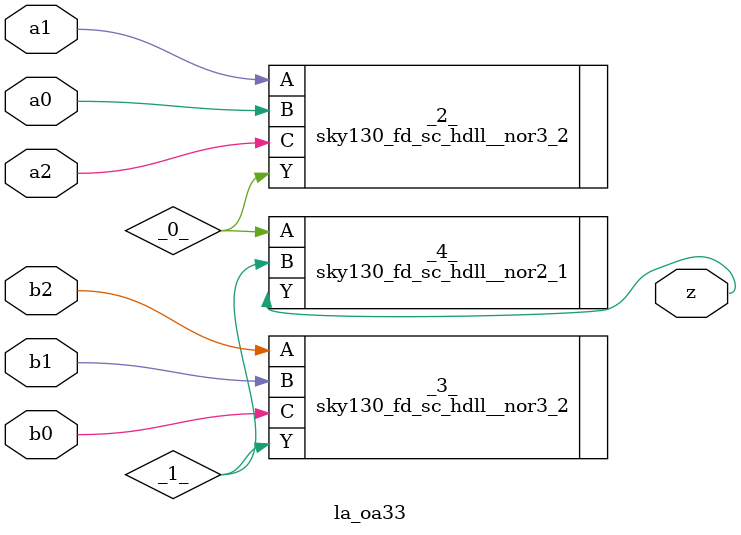
<source format=v>

/* Generated by Yosys 0.44 (git sha1 80ba43d26, g++ 11.4.0-1ubuntu1~22.04 -fPIC -O3) */

(* top =  1  *)
(* src = "inputs/la_oa33.v:10.1-24.10" *)
module la_oa33 (
    a0,
    a1,
    a2,
    b0,
    b1,
    b2,
    z
);
  wire _0_;
  wire _1_;
  (* src = "inputs/la_oa33.v:13.12-13.14" *)
  input a0;
  wire a0;
  (* src = "inputs/la_oa33.v:14.12-14.14" *)
  input a1;
  wire a1;
  (* src = "inputs/la_oa33.v:15.12-15.14" *)
  input a2;
  wire a2;
  (* src = "inputs/la_oa33.v:16.12-16.14" *)
  input b0;
  wire b0;
  (* src = "inputs/la_oa33.v:17.12-17.14" *)
  input b1;
  wire b1;
  (* src = "inputs/la_oa33.v:18.12-18.14" *)
  input b2;
  wire b2;
  (* src = "inputs/la_oa33.v:19.12-19.13" *)
  output z;
  wire z;
  sky130_fd_sc_hdll__nor3_2 _2_ (
      .A(a1),
      .B(a0),
      .C(a2),
      .Y(_0_)
  );
  sky130_fd_sc_hdll__nor3_2 _3_ (
      .A(b2),
      .B(b1),
      .C(b0),
      .Y(_1_)
  );
  sky130_fd_sc_hdll__nor2_1 _4_ (
      .A(_0_),
      .B(_1_),
      .Y(z)
  );
endmodule

</source>
